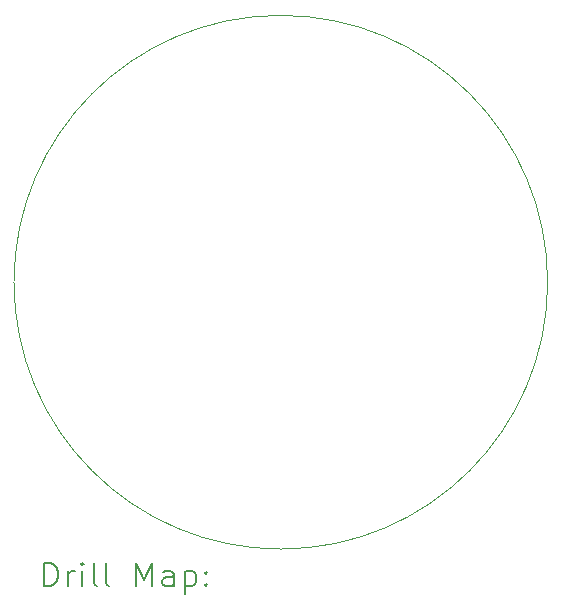
<source format=gbr>
%TF.GenerationSoftware,KiCad,Pcbnew,7.0.8*%
%TF.CreationDate,2023-12-04T02:10:05-07:00*%
%TF.ProjectId,Lit,4c69742e-6b69-4636-9164-5f7063625858,rev?*%
%TF.SameCoordinates,Original*%
%TF.FileFunction,Drillmap*%
%TF.FilePolarity,Positive*%
%FSLAX45Y45*%
G04 Gerber Fmt 4.5, Leading zero omitted, Abs format (unit mm)*
G04 Created by KiCad (PCBNEW 7.0.8) date 2023-12-04 02:10:05*
%MOMM*%
%LPD*%
G01*
G04 APERTURE LIST*
%ADD10C,0.100000*%
%ADD11C,0.200000*%
G04 APERTURE END LIST*
D10*
X15989348Y-9398000D02*
G75*
G03*
X15989348Y-9398000I-2259193J0D01*
G01*
D11*
X11726738Y-11973677D02*
X11726738Y-11773677D01*
X11726738Y-11773677D02*
X11774357Y-11773677D01*
X11774357Y-11773677D02*
X11802929Y-11783201D01*
X11802929Y-11783201D02*
X11821977Y-11802248D01*
X11821977Y-11802248D02*
X11831500Y-11821296D01*
X11831500Y-11821296D02*
X11841024Y-11859391D01*
X11841024Y-11859391D02*
X11841024Y-11887963D01*
X11841024Y-11887963D02*
X11831500Y-11926058D01*
X11831500Y-11926058D02*
X11821977Y-11945106D01*
X11821977Y-11945106D02*
X11802929Y-11964153D01*
X11802929Y-11964153D02*
X11774357Y-11973677D01*
X11774357Y-11973677D02*
X11726738Y-11973677D01*
X11926738Y-11973677D02*
X11926738Y-11840344D01*
X11926738Y-11878439D02*
X11936262Y-11859391D01*
X11936262Y-11859391D02*
X11945786Y-11849867D01*
X11945786Y-11849867D02*
X11964834Y-11840344D01*
X11964834Y-11840344D02*
X11983881Y-11840344D01*
X12050548Y-11973677D02*
X12050548Y-11840344D01*
X12050548Y-11773677D02*
X12041024Y-11783201D01*
X12041024Y-11783201D02*
X12050548Y-11792725D01*
X12050548Y-11792725D02*
X12060072Y-11783201D01*
X12060072Y-11783201D02*
X12050548Y-11773677D01*
X12050548Y-11773677D02*
X12050548Y-11792725D01*
X12174357Y-11973677D02*
X12155310Y-11964153D01*
X12155310Y-11964153D02*
X12145786Y-11945106D01*
X12145786Y-11945106D02*
X12145786Y-11773677D01*
X12279119Y-11973677D02*
X12260072Y-11964153D01*
X12260072Y-11964153D02*
X12250548Y-11945106D01*
X12250548Y-11945106D02*
X12250548Y-11773677D01*
X12507691Y-11973677D02*
X12507691Y-11773677D01*
X12507691Y-11773677D02*
X12574358Y-11916534D01*
X12574358Y-11916534D02*
X12641024Y-11773677D01*
X12641024Y-11773677D02*
X12641024Y-11973677D01*
X12821977Y-11973677D02*
X12821977Y-11868915D01*
X12821977Y-11868915D02*
X12812453Y-11849867D01*
X12812453Y-11849867D02*
X12793405Y-11840344D01*
X12793405Y-11840344D02*
X12755310Y-11840344D01*
X12755310Y-11840344D02*
X12736262Y-11849867D01*
X12821977Y-11964153D02*
X12802929Y-11973677D01*
X12802929Y-11973677D02*
X12755310Y-11973677D01*
X12755310Y-11973677D02*
X12736262Y-11964153D01*
X12736262Y-11964153D02*
X12726738Y-11945106D01*
X12726738Y-11945106D02*
X12726738Y-11926058D01*
X12726738Y-11926058D02*
X12736262Y-11907010D01*
X12736262Y-11907010D02*
X12755310Y-11897487D01*
X12755310Y-11897487D02*
X12802929Y-11897487D01*
X12802929Y-11897487D02*
X12821977Y-11887963D01*
X12917215Y-11840344D02*
X12917215Y-12040344D01*
X12917215Y-11849867D02*
X12936262Y-11840344D01*
X12936262Y-11840344D02*
X12974358Y-11840344D01*
X12974358Y-11840344D02*
X12993405Y-11849867D01*
X12993405Y-11849867D02*
X13002929Y-11859391D01*
X13002929Y-11859391D02*
X13012453Y-11878439D01*
X13012453Y-11878439D02*
X13012453Y-11935582D01*
X13012453Y-11935582D02*
X13002929Y-11954629D01*
X13002929Y-11954629D02*
X12993405Y-11964153D01*
X12993405Y-11964153D02*
X12974358Y-11973677D01*
X12974358Y-11973677D02*
X12936262Y-11973677D01*
X12936262Y-11973677D02*
X12917215Y-11964153D01*
X13098167Y-11954629D02*
X13107691Y-11964153D01*
X13107691Y-11964153D02*
X13098167Y-11973677D01*
X13098167Y-11973677D02*
X13088643Y-11964153D01*
X13088643Y-11964153D02*
X13098167Y-11954629D01*
X13098167Y-11954629D02*
X13098167Y-11973677D01*
X13098167Y-11849867D02*
X13107691Y-11859391D01*
X13107691Y-11859391D02*
X13098167Y-11868915D01*
X13098167Y-11868915D02*
X13088643Y-11859391D01*
X13088643Y-11859391D02*
X13098167Y-11849867D01*
X13098167Y-11849867D02*
X13098167Y-11868915D01*
M02*

</source>
